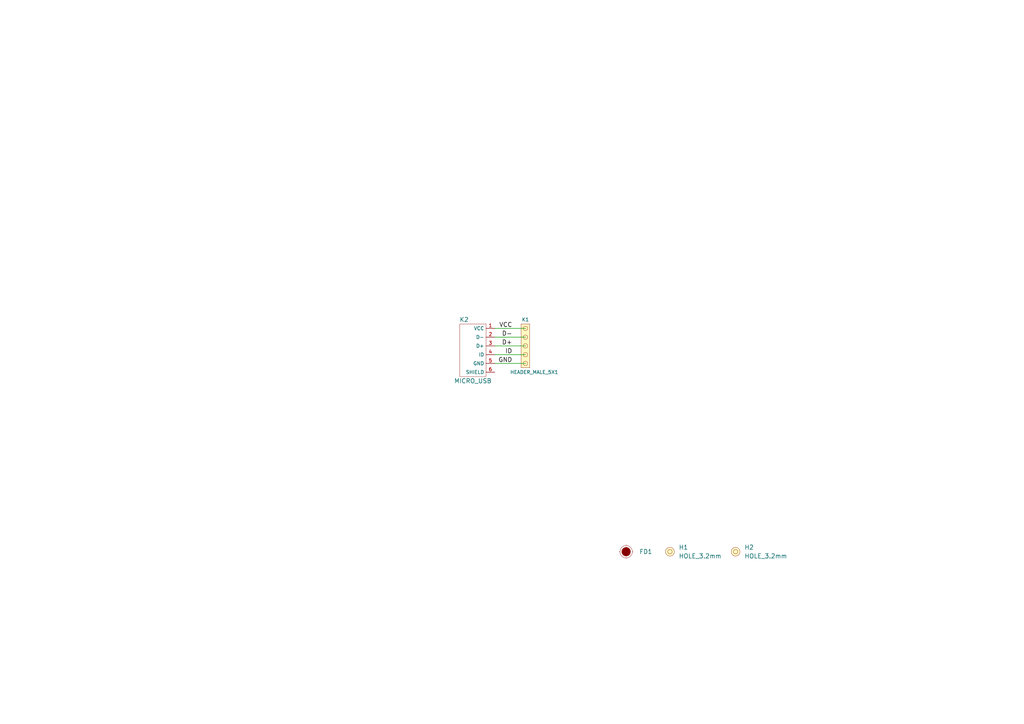
<source format=kicad_sch>
(kicad_sch (version 20210126) (generator eeschema)

  (paper "A4")

  (lib_symbols
    (symbol "e-radionica.com schematics:Fiducial_Stencil" (pin_numbers hide) (pin_names hide) (in_bom yes) (on_board yes)
      (property "Reference" "FD?" (id 0) (at 0 3.048 0)
        (effects (font (size 1.27 1.27)))
      )
      (property "Value" "Fiducial_Stencil" (id 1) (at 0 -2.794 0)
        (effects (font (size 1.27 1.27)) hide)
      )
      (property "Footprint" "e-radionica.com footprinti:FIDUCIAL_1MM_PASTE" (id 2) (at 0 -6.35 0)
        (effects (font (size 1.27 1.27)) hide)
      )
      (property "Datasheet" "" (id 3) (at 0 0 0)
        (effects (font (size 1.27 1.27)) hide)
      )
      (symbol "Fiducial_Stencil_0_1"
        (circle (center 0 0) (radius 1.7961) (stroke (width 0.0006)) (fill (type none)))
        (circle (center 0 0) (radius 1.27) (stroke (width 0.001)) (fill (type outline)))
        (polyline
          (pts
            (xy 1.778 0)
            (xy 2.032 0)
          )
          (stroke (width 0.0006)) (fill (type none))
        )
        (polyline
          (pts
            (xy 0 1.778)
            (xy 0 2.032)
          )
          (stroke (width 0.0006)) (fill (type none))
        )
        (polyline
          (pts
            (xy -1.778 0)
            (xy -2.032 0)
          )
          (stroke (width 0.0006)) (fill (type none))
        )
        (polyline
          (pts
            (xy 0 -1.778)
            (xy 0 -2.032)
          )
          (stroke (width 0.0006)) (fill (type none))
        )
      )
    )
    (symbol "e-radionica.com schematics:HEADER_MALE_5X1" (pin_numbers hide) (pin_names hide) (in_bom yes) (on_board yes)
      (property "Reference" "K" (id 0) (at -0.635 7.62 0)
        (effects (font (size 1 1)))
      )
      (property "Value" "HEADER_MALE_5X1" (id 1) (at 0.635 -7.62 0)
        (effects (font (size 1 1)))
      )
      (property "Footprint" "e-radionica.com footprinti:HEADER_MALE_5X1" (id 2) (at 0 0 0)
        (effects (font (size 1 1)) hide)
      )
      (property "Datasheet" "" (id 3) (at 0 0 0)
        (effects (font (size 1 1)) hide)
      )
      (symbol "HEADER_MALE_5X1_0_1"
        (circle (center 0 -5.08) (radius 0.635) (stroke (width 0.0006)) (fill (type none)))
        (circle (center 0 -2.54) (radius 0.635) (stroke (width 0.0006)) (fill (type none)))
        (circle (center 0 0) (radius 0.635) (stroke (width 0.0006)) (fill (type none)))
        (circle (center 0 2.54) (radius 0.635) (stroke (width 0.0006)) (fill (type none)))
        (circle (center 0 5.08) (radius 0.635) (stroke (width 0.0006)) (fill (type none)))
        (rectangle (start -1.27 6.35) (end 1.27 -6.35)
          (stroke (width 0.001)) (fill (type background))
        )
      )
      (symbol "HEADER_MALE_5X1_1_1"
        (pin passive line (at 0 -5.08 180) (length 0)
          (name "~" (effects (font (size 1 1))))
          (number "1" (effects (font (size 1 1))))
        )
        (pin passive line (at 0 -2.54 180) (length 0)
          (name "~" (effects (font (size 1 1))))
          (number "2" (effects (font (size 1 1))))
        )
        (pin passive line (at 0 0 180) (length 0)
          (name "~" (effects (font (size 1 1))))
          (number "3" (effects (font (size 1 1))))
        )
        (pin passive line (at 0 2.54 180) (length 0)
          (name "~" (effects (font (size 1 1))))
          (number "4" (effects (font (size 1 1))))
        )
        (pin passive line (at 0 5.08 180) (length 0)
          (name "~" (effects (font (size 0.991 0.991))))
          (number "5" (effects (font (size 0.991 0.991))))
        )
      )
    )
    (symbol "e-radionica.com schematics:HOLE_3.2mm" (pin_numbers hide) (pin_names hide) (in_bom yes) (on_board yes)
      (property "Reference" "H" (id 0) (at 0 2.54 0)
        (effects (font (size 1.27 1.27)))
      )
      (property "Value" "HOLE_3.2mm" (id 1) (at 0 -2.54 0)
        (effects (font (size 1.27 1.27)))
      )
      (property "Footprint" "e-radionica.com footprinti:HOLE_3.2mm" (id 2) (at 0 0 0)
        (effects (font (size 1.27 1.27)) hide)
      )
      (property "Datasheet" "" (id 3) (at 0 0 0)
        (effects (font (size 1.27 1.27)) hide)
      )
      (symbol "HOLE_3.2mm_0_1"
        (circle (center 0 0) (radius 1.27) (stroke (width 0.001)) (fill (type background)))
        (circle (center 0 0) (radius 0.635) (stroke (width 0.0006)) (fill (type none)))
      )
    )
    (symbol "e-radionica.com schematics:MICRO_USB" (in_bom yes) (on_board yes)
      (property "Reference" "K" (id 0) (at 0 -8.89 0)
        (effects (font (size 1.27 1.27)))
      )
      (property "Value" "MICRO_USB" (id 1) (at 0 10.16 0)
        (effects (font (size 1.27 1.27)))
      )
      (property "Footprint" "e-radionica.com footprinti:MICRO_USB" (id 2) (at 3.81 0 0)
        (effects (font (size 1.27 1.27)) hide)
      )
      (property "Datasheet" "" (id 3) (at 3.81 0 0)
        (effects (font (size 1.27 1.27)) hide)
      )
      (symbol "MICRO_USB_0_0"
        (text "" (at 3.7592 1.8288 0)
          (effects (font (size 1.27 1.27)))
        )
      )
      (symbol "MICRO_USB_0_1"
        (rectangle (start -3.81 7.62) (end 3.81 -7.62)
          (stroke (width 0.0006)) (fill (type none))
        )
      )
      (symbol "MICRO_USB_1_1"
        (pin passive line (at 6.35 6.35 180) (length 2.54)
          (name "VCC" (effects (font (size 1 1))))
          (number "1" (effects (font (size 1 1))))
        )
        (pin passive line (at 6.35 3.81 180) (length 2.54)
          (name "D-" (effects (font (size 1 1))))
          (number "2" (effects (font (size 1 1))))
        )
        (pin passive line (at 6.35 -1.27 180) (length 2.54)
          (name "ID" (effects (font (size 1 1))))
          (number "4" (effects (font (size 1 1))))
        )
        (pin passive line (at 6.35 -3.81 180) (length 2.54)
          (name "GND" (effects (font (size 1 1))))
          (number "5" (effects (font (size 1 1))))
        )
        (pin passive line (at 6.35 -6.35 180) (length 2.54)
          (name "SHIELD" (effects (font (size 1 1))))
          (number "6" (effects (font (size 1 1))))
        )
        (pin passive line (at 6.35 1.27 180) (length 2.54)
          (name "D+" (effects (font (size 1 1))))
          (number "3" (effects (font (size 1 1))))
        )
      )
    )
  )


  (wire (pts (xy 143.51 95.25) (xy 152.4 95.25))
    (stroke (width 0) (type solid) (color 0 0 0 0))
    (uuid 8da27371-4d02-472b-b765-43dfaa30b72d)
  )
  (wire (pts (xy 143.51 97.79) (xy 152.4 97.79))
    (stroke (width 0) (type solid) (color 0 0 0 0))
    (uuid 46264a54-a2e5-4459-99e4-5a18e101c8e9)
  )
  (wire (pts (xy 143.51 100.33) (xy 152.4 100.33))
    (stroke (width 0) (type solid) (color 0 0 0 0))
    (uuid c887c76f-91f3-4efd-9861-8aad9b7b1f6e)
  )
  (wire (pts (xy 143.51 102.87) (xy 152.4 102.87))
    (stroke (width 0) (type solid) (color 0 0 0 0))
    (uuid fa7db30c-91c1-4958-9377-a2a312c36340)
  )
  (wire (pts (xy 143.51 105.41) (xy 152.4 105.41))
    (stroke (width 0) (type solid) (color 0 0 0 0))
    (uuid 54cb1f5d-8435-43fb-af4a-bef9c5a2d257)
  )

  (label "VCC" (at 148.59 95.25 180)
    (effects (font (size 1.27 1.27)) (justify right bottom))
    (uuid e97230b0-5dc3-4036-9707-44c8f8433181)
  )
  (label "D-" (at 148.59 97.79 180)
    (effects (font (size 1.27 1.27)) (justify right bottom))
    (uuid 33803e96-44bd-45f8-89cd-812101707007)
  )
  (label "D+" (at 148.59 100.33 180)
    (effects (font (size 1.27 1.27)) (justify right bottom))
    (uuid 443b4380-cbcf-4b18-a26a-8939f0799a96)
  )
  (label "ID" (at 148.59 102.87 180)
    (effects (font (size 1.27 1.27)) (justify right bottom))
    (uuid 8178717e-9423-4132-b9a3-8300e66ab270)
  )
  (label "GND" (at 148.59 105.41 180)
    (effects (font (size 1.27 1.27)) (justify right bottom))
    (uuid 262ce78d-44c6-4233-8611-4c640bca3f53)
  )

  (symbol (lib_id "e-radionica.com schematics:HOLE_3.2mm") (at 194.31 160.02 0) (unit 1)
    (in_bom yes) (on_board yes)
    (uuid 572684c9-662a-4df6-a9e7-05a2da3504b4)
    (property "Reference" "H1" (id 0) (at 196.85 158.75 0)
      (effects (font (size 1.27 1.27)) (justify left))
    )
    (property "Value" "HOLE_3.2mm" (id 1) (at 196.85 161.29 0)
      (effects (font (size 1.27 1.27)) (justify left))
    )
    (property "Footprint" "e-radionica.com footprinti:HOLE_3.2mm" (id 2) (at 194.31 160.02 0)
      (effects (font (size 1.27 1.27)) hide)
    )
    (property "Datasheet" "" (id 3) (at 194.31 160.02 0)
      (effects (font (size 1.27 1.27)) hide)
    )
  )

  (symbol (lib_id "e-radionica.com schematics:HOLE_3.2mm") (at 213.36 160.02 0) (unit 1)
    (in_bom yes) (on_board yes)
    (uuid 983f2c9a-51b7-4c6e-ae17-cd4c36b100f2)
    (property "Reference" "H2" (id 0) (at 215.9 158.75 0)
      (effects (font (size 1.27 1.27)) (justify left))
    )
    (property "Value" "HOLE_3.2mm" (id 1) (at 215.9 161.29 0)
      (effects (font (size 1.27 1.27)) (justify left))
    )
    (property "Footprint" "e-radionica.com footprinti:HOLE_3.2mm" (id 2) (at 213.36 160.02 0)
      (effects (font (size 1.27 1.27)) hide)
    )
    (property "Datasheet" "" (id 3) (at 213.36 160.02 0)
      (effects (font (size 1.27 1.27)) hide)
    )
  )

  (symbol (lib_id "e-radionica.com schematics:Fiducial_Stencil") (at 181.61 160.02 0) (unit 1)
    (in_bom yes) (on_board yes)
    (uuid 2f9189f2-6799-45d6-ab0e-3e44350d4857)
    (property "Reference" "FD1" (id 0) (at 185.42 160.02 0)
      (effects (font (size 1.27 1.27)) (justify left))
    )
    (property "Value" "Fiducial_Stencil" (id 1) (at 181.61 162.814 0)
      (effects (font (size 1.27 1.27)) hide)
    )
    (property "Footprint" "e-radionica.com footprinti:FIDUCIAL_1MM_PASTE" (id 2) (at 181.61 166.37 0)
      (effects (font (size 1.27 1.27)) hide)
    )
    (property "Datasheet" "" (id 3) (at 181.61 160.02 0)
      (effects (font (size 1.27 1.27)) hide)
    )
  )

  (symbol (lib_id "e-radionica.com schematics:HEADER_MALE_5X1") (at 152.4 100.33 0) (unit 1)
    (in_bom yes) (on_board yes)
    (uuid fe477638-d414-4180-9759-95e65066c207)
    (property "Reference" "K1" (id 0) (at 152.4 92.71 0)
      (effects (font (size 1 1)))
    )
    (property "Value" "HEADER_MALE_5X1" (id 1) (at 154.94 107.95 0)
      (effects (font (size 1 1)))
    )
    (property "Footprint" "e-radionica.com footprinti:HEADER_MALE_5X1" (id 2) (at 152.4 100.33 0)
      (effects (font (size 1 1)) hide)
    )
    (property "Datasheet" "" (id 3) (at 152.4 100.33 0)
      (effects (font (size 1 1)) hide)
    )
    (pin "1" (uuid 7ea15c14-2874-43c1-befa-20c91fca7e77))
    (pin "2" (uuid c39c1afb-1db7-444b-93a1-428d3738928f))
    (pin "3" (uuid e9791585-2a26-4cda-97dd-c9e481ae1bf5))
    (pin "4" (uuid c5799685-9bf3-4735-9f8c-3afccc66ad77))
    (pin "5" (uuid 04964d03-dde4-42d8-ac41-5ea03071b3c0))
  )

  (symbol (lib_id "e-radionica.com schematics:MICRO_USB") (at 137.16 101.6 0) (unit 1)
    (in_bom yes) (on_board yes)
    (uuid ec60f9e3-8a46-46bc-8071-8f7c32a5e1e5)
    (property "Reference" "K2" (id 0) (at 134.62 92.71 0))
    (property "Value" "MICRO_USB" (id 1) (at 137.16 110.49 0))
    (property "Footprint" "e-radionica.com footprinti:MICRO_USB" (id 2) (at 140.97 101.6 0)
      (effects (font (size 1.27 1.27)) hide)
    )
    (property "Datasheet" "" (id 3) (at 140.97 101.6 0)
      (effects (font (size 1.27 1.27)) hide)
    )
    (pin "1" (uuid 171af608-f71b-4395-8766-f30baeaf6db0))
    (pin "2" (uuid 65f2ad2a-cf48-4a2c-b6b5-19fce4642ef8))
    (pin "4" (uuid c97c030b-bca2-4f32-9b81-d53ab1f03023))
    (pin "5" (uuid f198281d-5623-4fc8-9550-167d4f817005))
    (pin "6" (uuid a1f5e9f1-6913-4ce6-a0e3-6f2be419225a))
    (pin "3" (uuid 93ebd308-45fb-4b5d-8221-05d8b04c1025))
  )

  (sheet_instances
    (path "/" (page "1"))
  )

  (symbol_instances
    (path "/2f9189f2-6799-45d6-ab0e-3e44350d4857"
      (reference "FD1") (unit 1) (value "Fiducial_Stencil") (footprint "e-radionica.com footprinti:FIDUCIAL_1MM_PASTE")
    )
    (path "/572684c9-662a-4df6-a9e7-05a2da3504b4"
      (reference "H1") (unit 1) (value "HOLE_3.2mm") (footprint "e-radionica.com footprinti:HOLE_3.2mm")
    )
    (path "/983f2c9a-51b7-4c6e-ae17-cd4c36b100f2"
      (reference "H2") (unit 1) (value "HOLE_3.2mm") (footprint "e-radionica.com footprinti:HOLE_3.2mm")
    )
    (path "/fe477638-d414-4180-9759-95e65066c207"
      (reference "K1") (unit 1) (value "HEADER_MALE_5X1") (footprint "e-radionica.com footprinti:HEADER_MALE_5X1")
    )
    (path "/ec60f9e3-8a46-46bc-8071-8f7c32a5e1e5"
      (reference "K2") (unit 1) (value "MICRO_USB") (footprint "e-radionica.com footprinti:MICRO_USB")
    )
  )
)

</source>
